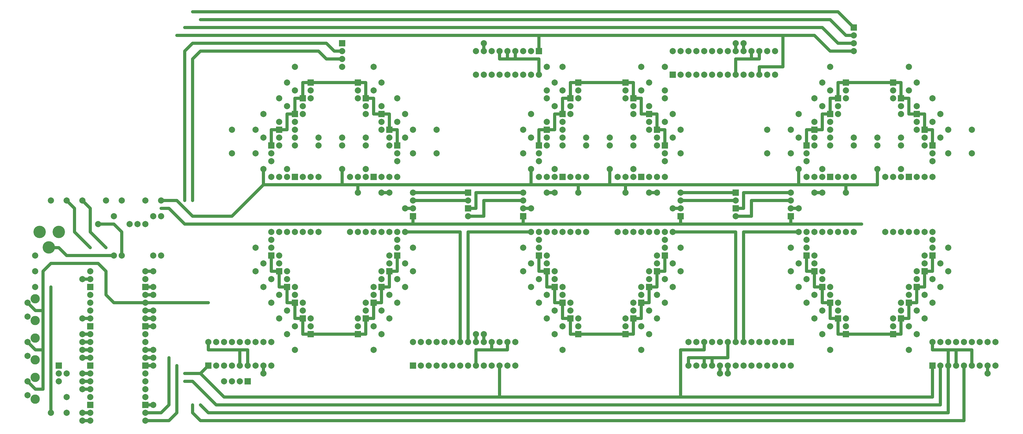
<source format=gtl>
G04 #@! TF.GenerationSoftware,KiCad,Pcbnew,8.0.7*
G04 #@! TF.CreationDate,2025-01-27T21:14:36+01:00*
G04 #@! TF.ProjectId,Main,4d61696e-2e6b-4696-9361-645f70636258,rev?*
G04 #@! TF.SameCoordinates,Original*
G04 #@! TF.FileFunction,Copper,L1,Top*
G04 #@! TF.FilePolarity,Positive*
%FSLAX46Y46*%
G04 Gerber Fmt 4.6, Leading zero omitted, Abs format (unit mm)*
G04 Created by KiCad (PCBNEW 8.0.7) date 2025-01-27 21:14:36*
%MOMM*%
%LPD*%
G01*
G04 APERTURE LIST*
G04 #@! TA.AperFunction,ComponentPad*
%ADD10C,2.000000*%
G04 #@! TD*
G04 #@! TA.AperFunction,ComponentPad*
%ADD11R,2.000000X2.000000*%
G04 #@! TD*
G04 #@! TA.AperFunction,ComponentPad*
%ADD12C,3.000000*%
G04 #@! TD*
G04 #@! TA.AperFunction,ComponentPad*
%ADD13C,4.000000*%
G04 #@! TD*
G04 #@! TA.AperFunction,ViaPad*
%ADD14C,0.800000*%
G04 #@! TD*
G04 #@! TA.AperFunction,Conductor*
%ADD15C,1.000000*%
G04 #@! TD*
G04 APERTURE END LIST*
D10*
X93980000Y-129540000D03*
X241300000Y-86360000D03*
X248920000Y-86360000D03*
X299720000Y-83820000D03*
X299720000Y-91440000D03*
X55880000Y-129540000D03*
X175260000Y-78740000D03*
X175260000Y-86360000D03*
X71120000Y-157480000D03*
X299720000Y-129540000D03*
X299720000Y-121920000D03*
X302260000Y-78740000D03*
X302260000Y-86360000D03*
X248920000Y-88900000D03*
X241300000Y-88900000D03*
X261620000Y-109220000D03*
X261620000Y-116840000D03*
X177800000Y-83820000D03*
X177800000Y-91440000D03*
D11*
X139700000Y-78740000D03*
D10*
X139700000Y-81280000D03*
X139700000Y-83820000D03*
X185420000Y-91440000D03*
X185420000Y-83820000D03*
X213360000Y-83820000D03*
X213360000Y-91440000D03*
X251460000Y-63500000D03*
X251460000Y-71120000D03*
X312420000Y-63500000D03*
X312420000Y-71120000D03*
D11*
X264160000Y-111760000D03*
D10*
X264160000Y-109220000D03*
X264160000Y-106680000D03*
X71120000Y-149860000D03*
X312420000Y-154940000D03*
X312420000Y-147320000D03*
X137160000Y-149860000D03*
X137160000Y-142240000D03*
D11*
X165100000Y-139700000D03*
D10*
X165100000Y-137160000D03*
X165100000Y-134620000D03*
X350520000Y-83820000D03*
X350520000Y-91440000D03*
X256540000Y-104140000D03*
X264160000Y-104140000D03*
D11*
X137160000Y-134620000D03*
D10*
X137160000Y-132080000D03*
X137160000Y-129540000D03*
D11*
X226060000Y-78740000D03*
D10*
X226060000Y-81280000D03*
X226060000Y-83820000D03*
X93980000Y-142240000D03*
D11*
X332740000Y-149860000D03*
D10*
X332740000Y-147320000D03*
X332740000Y-144780000D03*
X254000000Y-149860000D03*
X254000000Y-142240000D03*
X55880000Y-124460000D03*
X127000000Y-83820000D03*
X127000000Y-91440000D03*
X350520000Y-129540000D03*
X350520000Y-121920000D03*
X55880000Y-134620000D03*
X330200000Y-99060000D03*
X332740000Y-99060000D03*
X335280000Y-99060000D03*
D11*
X337820000Y-99060000D03*
D10*
X340360000Y-99060000D03*
X342900000Y-99060000D03*
X345440000Y-99060000D03*
X330200000Y-116840000D03*
X332740000Y-116840000D03*
X335280000Y-116840000D03*
X337820000Y-116840000D03*
X340360000Y-116840000D03*
X342900000Y-116840000D03*
X345440000Y-116840000D03*
D11*
X170180000Y-129540000D03*
D10*
X170180000Y-127000000D03*
X170180000Y-124460000D03*
X320040000Y-86360000D03*
X312420000Y-86360000D03*
D11*
X261620000Y-66040000D03*
D10*
X264160000Y-66040000D03*
X266700000Y-66040000D03*
X269240000Y-66040000D03*
X271780000Y-66040000D03*
X274320000Y-66040000D03*
X276860000Y-66040000D03*
X279400000Y-66040000D03*
X281940000Y-66040000D03*
X284480000Y-66040000D03*
X287020000Y-66040000D03*
X289560000Y-66040000D03*
X292100000Y-66040000D03*
X294640000Y-66040000D03*
X294640000Y-58420000D03*
X292100000Y-58420000D03*
X289560000Y-58420000D03*
X287020000Y-58420000D03*
X284480000Y-58420000D03*
X281940000Y-58420000D03*
X279400000Y-58420000D03*
X276860000Y-58420000D03*
X274320000Y-58420000D03*
X271780000Y-58420000D03*
X269240000Y-58420000D03*
X266700000Y-58420000D03*
X264160000Y-58420000D03*
X261620000Y-58420000D03*
X340360000Y-149860000D03*
X340360000Y-142240000D03*
X327660000Y-86360000D03*
X335280000Y-86360000D03*
X71120000Y-167640000D03*
X226060000Y-154940000D03*
X226060000Y-147320000D03*
X60960000Y-106680000D03*
D11*
X162560000Y-73660000D03*
D10*
X162560000Y-76200000D03*
X162560000Y-78740000D03*
X71120000Y-144780000D03*
X129540000Y-96520000D03*
X137160000Y-96520000D03*
X259080000Y-63500000D03*
X259080000Y-71120000D03*
D11*
X246380000Y-68580000D03*
D10*
X246380000Y-71120000D03*
X246380000Y-73660000D03*
X213360000Y-129540000D03*
X213360000Y-121920000D03*
D11*
X340360000Y-134620000D03*
D10*
X340360000Y-132080000D03*
X340360000Y-129540000D03*
X215900000Y-78740000D03*
X215900000Y-86360000D03*
D11*
X170180000Y-83820000D03*
D10*
X170180000Y-86360000D03*
X170180000Y-88900000D03*
D12*
X55880000Y-138450000D03*
X55880000Y-145450000D03*
D10*
X53380000Y-139700000D03*
X53380000Y-144200000D03*
X177800000Y-129540000D03*
X177800000Y-121920000D03*
X279400000Y-162560000D03*
X340360000Y-68580000D03*
X340360000Y-76200000D03*
X363220000Y-162560000D03*
X172720000Y-73660000D03*
X172720000Y-81280000D03*
D11*
X299720000Y-152400000D03*
D10*
X297180000Y-152400000D03*
X294640000Y-152400000D03*
X292100000Y-152400000D03*
X289560000Y-152400000D03*
X287020000Y-152400000D03*
X284480000Y-152400000D03*
X281940000Y-152400000D03*
X279400000Y-152400000D03*
X276860000Y-152400000D03*
X274320000Y-152400000D03*
X271780000Y-152400000D03*
X269240000Y-152400000D03*
X266700000Y-152400000D03*
X266700000Y-160020000D03*
X269240000Y-160020000D03*
X271780000Y-160020000D03*
X274320000Y-160020000D03*
X276860000Y-160020000D03*
X279400000Y-160020000D03*
X281940000Y-160020000D03*
X284480000Y-160020000D03*
X287020000Y-160020000D03*
X289560000Y-160020000D03*
X292100000Y-160020000D03*
X294640000Y-160020000D03*
X297180000Y-160020000D03*
X299720000Y-160020000D03*
X302260000Y-134620000D03*
X302260000Y-127000000D03*
D11*
X345440000Y-88900000D03*
D10*
X345440000Y-91440000D03*
X345440000Y-93980000D03*
X165100000Y-154940000D03*
X165100000Y-147320000D03*
X327660000Y-96520000D03*
X335280000Y-96520000D03*
D11*
X314960000Y-73660000D03*
D10*
X314960000Y-76200000D03*
X314960000Y-78740000D03*
X83820000Y-106680000D03*
D11*
X226060000Y-139700000D03*
D10*
X226060000Y-137160000D03*
X226060000Y-134620000D03*
X129540000Y-162560000D03*
X220980000Y-63500000D03*
X220980000Y-71120000D03*
X134620000Y-144780000D03*
X134620000Y-137160000D03*
D12*
X55880000Y-151150000D03*
X55880000Y-158150000D03*
D10*
X53380000Y-152400000D03*
X53380000Y-156900000D03*
X264160000Y-129540000D03*
X264160000Y-121920000D03*
D11*
X312420000Y-78740000D03*
D10*
X312420000Y-81280000D03*
X312420000Y-83820000D03*
D11*
X63500000Y-160020000D03*
D10*
X63500000Y-162560000D03*
X63500000Y-165100000D03*
D11*
X317500000Y-149860000D03*
D10*
X317500000Y-147320000D03*
X317500000Y-144780000D03*
D11*
X213360000Y-111760000D03*
D10*
X213360000Y-109220000D03*
X213360000Y-106680000D03*
X96520000Y-106680000D03*
D11*
X307340000Y-129540000D03*
D10*
X307340000Y-127000000D03*
X307340000Y-124460000D03*
X154940000Y-96520000D03*
X162560000Y-96520000D03*
X93980000Y-154940000D03*
D11*
X254000000Y-78740000D03*
D10*
X254000000Y-81280000D03*
X254000000Y-83820000D03*
D11*
X312420000Y-139700000D03*
D10*
X312420000Y-137160000D03*
X312420000Y-134620000D03*
X71120000Y-162560000D03*
X259080000Y-73660000D03*
X259080000Y-81280000D03*
D11*
X337820000Y-139700000D03*
D10*
X337820000Y-137160000D03*
X337820000Y-134620000D03*
X276860000Y-162560000D03*
D11*
X332740000Y-68580000D03*
D10*
X332740000Y-71120000D03*
X332740000Y-73660000D03*
X154940000Y-86360000D03*
X162560000Y-86360000D03*
X223520000Y-149860000D03*
X223520000Y-142240000D03*
X246380000Y-104140000D03*
X254000000Y-104140000D03*
D11*
X142240000Y-73660000D03*
D10*
X142240000Y-76200000D03*
X142240000Y-78740000D03*
X129540000Y-78740000D03*
X129540000Y-86360000D03*
X337820000Y-63500000D03*
X337820000Y-71120000D03*
D11*
X111760000Y-160020000D03*
D10*
X114300000Y-160020000D03*
X116840000Y-160020000D03*
X119380000Y-160020000D03*
X121920000Y-160020000D03*
X124460000Y-160020000D03*
X127000000Y-160020000D03*
X129540000Y-160020000D03*
X132080000Y-160020000D03*
X132080000Y-152400000D03*
X129540000Y-152400000D03*
X127000000Y-152400000D03*
X124460000Y-152400000D03*
X121920000Y-152400000D03*
X119380000Y-152400000D03*
X116840000Y-152400000D03*
X114300000Y-152400000D03*
X111760000Y-152400000D03*
X71120000Y-177800000D03*
D12*
X55880000Y-163850000D03*
X55880000Y-170850000D03*
D10*
X53380000Y-165100000D03*
X53380000Y-169600000D03*
X132080000Y-139700000D03*
X132080000Y-132080000D03*
D11*
X167640000Y-134620000D03*
D10*
X167640000Y-132080000D03*
X167640000Y-129540000D03*
D11*
X177800000Y-160020000D03*
D10*
X180340000Y-160020000D03*
X182880000Y-160020000D03*
X185420000Y-160020000D03*
X187960000Y-160020000D03*
X190500000Y-160020000D03*
X193040000Y-160020000D03*
X195580000Y-160020000D03*
X198120000Y-160020000D03*
X200660000Y-160020000D03*
X203200000Y-160020000D03*
X205740000Y-160020000D03*
X208280000Y-160020000D03*
X210820000Y-160020000D03*
X210820000Y-152400000D03*
X208280000Y-152400000D03*
X205740000Y-152400000D03*
X203200000Y-152400000D03*
X200660000Y-152400000D03*
X198120000Y-152400000D03*
X195580000Y-152400000D03*
X193040000Y-152400000D03*
X190500000Y-152400000D03*
X187960000Y-152400000D03*
X185420000Y-152400000D03*
X182880000Y-152400000D03*
X180340000Y-152400000D03*
X177800000Y-152400000D03*
D11*
X259080000Y-124460000D03*
D10*
X259080000Y-121920000D03*
X259080000Y-119380000D03*
D11*
X218440000Y-124460000D03*
D10*
X218440000Y-121920000D03*
X218440000Y-119380000D03*
D11*
X317500000Y-68580000D03*
D10*
X317500000Y-71120000D03*
X317500000Y-73660000D03*
D11*
X340360000Y-78740000D03*
D10*
X340360000Y-81280000D03*
X340360000Y-83820000D03*
D11*
X162560000Y-144780000D03*
D10*
X162560000Y-142240000D03*
X162560000Y-139700000D03*
X312420000Y-88900000D03*
X320040000Y-88900000D03*
X281940000Y-55880000D03*
X233680000Y-86360000D03*
X226060000Y-86360000D03*
D11*
X223520000Y-134620000D03*
D10*
X223520000Y-132080000D03*
X223520000Y-129540000D03*
X243840000Y-99060000D03*
X246380000Y-99060000D03*
X248920000Y-99060000D03*
D11*
X251460000Y-99060000D03*
D10*
X254000000Y-99060000D03*
X256540000Y-99060000D03*
X259080000Y-99060000D03*
X243840000Y-116840000D03*
X246380000Y-116840000D03*
X248920000Y-116840000D03*
X251460000Y-116840000D03*
X254000000Y-116840000D03*
X256540000Y-116840000D03*
X259080000Y-116840000D03*
D11*
X132080000Y-88900000D03*
D10*
X132080000Y-91440000D03*
X132080000Y-93980000D03*
X292100000Y-91440000D03*
X292100000Y-83820000D03*
X60960000Y-175260000D03*
X71120000Y-152400000D03*
D11*
X256540000Y-129540000D03*
D10*
X256540000Y-127000000D03*
X256540000Y-124460000D03*
D11*
X248920000Y-144780000D03*
D10*
X248920000Y-142240000D03*
X248920000Y-139700000D03*
X215900000Y-134620000D03*
X215900000Y-127000000D03*
X200660000Y-149860000D03*
D11*
X231140000Y-149860000D03*
D10*
X231140000Y-147320000D03*
X231140000Y-144780000D03*
X175260000Y-134620000D03*
X175260000Y-127000000D03*
X73660000Y-129540000D03*
X73660000Y-132080000D03*
D11*
X73660000Y-134620000D03*
D10*
X73660000Y-137160000D03*
X73660000Y-139700000D03*
X73660000Y-142240000D03*
X73660000Y-144780000D03*
D11*
X73660000Y-147320000D03*
D10*
X73660000Y-149860000D03*
X73660000Y-152400000D03*
X73660000Y-154940000D03*
X73660000Y-157480000D03*
D11*
X73660000Y-160020000D03*
D10*
X73660000Y-162560000D03*
X73660000Y-165100000D03*
X73660000Y-167640000D03*
X73660000Y-170180000D03*
D11*
X73660000Y-172720000D03*
D10*
X73660000Y-175260000D03*
X73660000Y-177800000D03*
X91440000Y-177800000D03*
X91440000Y-175260000D03*
D11*
X91440000Y-172720000D03*
D10*
X91440000Y-170180000D03*
X91440000Y-167640000D03*
X91440000Y-165100000D03*
X91440000Y-162560000D03*
D11*
X91440000Y-160020000D03*
D10*
X91440000Y-157480000D03*
X91440000Y-154940000D03*
X91440000Y-152400000D03*
X91440000Y-149860000D03*
D11*
X91440000Y-147320000D03*
D10*
X91440000Y-144780000D03*
X91440000Y-142240000D03*
X91440000Y-139700000D03*
X91440000Y-137160000D03*
D11*
X91440000Y-134620000D03*
D10*
X91440000Y-132080000D03*
X91440000Y-129540000D03*
X261620000Y-78740000D03*
X261620000Y-86360000D03*
X335280000Y-88900000D03*
X327660000Y-88900000D03*
X139700000Y-154940000D03*
X139700000Y-147320000D03*
X345440000Y-139700000D03*
X345440000Y-132080000D03*
D11*
X314960000Y-144780000D03*
D10*
X314960000Y-142240000D03*
X314960000Y-139700000D03*
X307340000Y-144780000D03*
X307340000Y-137160000D03*
X93980000Y-137160000D03*
X172720000Y-139700000D03*
X172720000Y-132080000D03*
D11*
X220980000Y-83820000D03*
D10*
X220980000Y-86360000D03*
X220980000Y-88900000D03*
X119380000Y-91440000D03*
X119380000Y-83820000D03*
D11*
X144780000Y-68580000D03*
D10*
X144780000Y-71120000D03*
X144780000Y-73660000D03*
X337820000Y-154940000D03*
X337820000Y-147320000D03*
X231140000Y-104140000D03*
X223520000Y-104140000D03*
X160020000Y-104140000D03*
X167640000Y-104140000D03*
X66040000Y-175260000D03*
X167640000Y-149860000D03*
X167640000Y-142240000D03*
X127000000Y-129540000D03*
X127000000Y-121920000D03*
X165100000Y-63500000D03*
X165100000Y-71120000D03*
X215900000Y-109220000D03*
X215900000Y-116840000D03*
D11*
X220980000Y-129540000D03*
D10*
X220980000Y-127000000D03*
X220980000Y-124460000D03*
X284480000Y-55880000D03*
D11*
X259080000Y-88900000D03*
D10*
X259080000Y-91440000D03*
X259080000Y-93980000D03*
X147320000Y-86360000D03*
X139700000Y-86360000D03*
X264160000Y-83820000D03*
X264160000Y-91440000D03*
X218440000Y-99060000D03*
X220980000Y-99060000D03*
X223520000Y-99060000D03*
D11*
X226060000Y-99060000D03*
D10*
X228600000Y-99060000D03*
X231140000Y-99060000D03*
X233680000Y-99060000D03*
X218440000Y-116840000D03*
X220980000Y-116840000D03*
X223520000Y-116840000D03*
X226060000Y-116840000D03*
X228600000Y-116840000D03*
X231140000Y-116840000D03*
X233680000Y-116840000D03*
X309880000Y-68580000D03*
X309880000Y-76200000D03*
D11*
X139700000Y-139700000D03*
D10*
X139700000Y-137160000D03*
X139700000Y-134620000D03*
X167640000Y-68580000D03*
X167640000Y-76200000D03*
X93980000Y-172720000D03*
X226060000Y-63500000D03*
X226060000Y-71120000D03*
D11*
X320040000Y-50800000D03*
D10*
X320040000Y-53340000D03*
X320040000Y-55880000D03*
X320040000Y-58420000D03*
D11*
X281940000Y-104140000D03*
D10*
X281940000Y-106680000D03*
D11*
X281940000Y-109220000D03*
D10*
X281940000Y-111760000D03*
D11*
X134620000Y-129540000D03*
D10*
X134620000Y-127000000D03*
X134620000Y-124460000D03*
X76200000Y-114300000D03*
X307340000Y-104140000D03*
X299720000Y-104140000D03*
D11*
X342900000Y-129540000D03*
D10*
X342900000Y-127000000D03*
X342900000Y-124460000D03*
X304800000Y-139700000D03*
X304800000Y-132080000D03*
X358140000Y-91440000D03*
X358140000Y-83820000D03*
D13*
X63500000Y-116840000D03*
X60300000Y-121840000D03*
X57300000Y-116840000D03*
D10*
X200660000Y-55880000D03*
D11*
X177800000Y-111760000D03*
D10*
X177800000Y-109220000D03*
X177800000Y-106680000D03*
X302260000Y-96520000D03*
X309880000Y-96520000D03*
X261620000Y-134620000D03*
X261620000Y-127000000D03*
X71120000Y-154940000D03*
D11*
X299720000Y-111760000D03*
D10*
X299720000Y-109220000D03*
X299720000Y-106680000D03*
D11*
X307340000Y-83820000D03*
D10*
X307340000Y-86360000D03*
X307340000Y-88900000D03*
D11*
X160020000Y-149860000D03*
D10*
X160020000Y-147320000D03*
X160020000Y-144780000D03*
D11*
X172720000Y-124460000D03*
D10*
X172720000Y-121920000D03*
X172720000Y-119380000D03*
X139700000Y-63500000D03*
X139700000Y-71120000D03*
X71120000Y-165100000D03*
D11*
X218440000Y-58420000D03*
D10*
X215900000Y-58420000D03*
X213360000Y-58420000D03*
X210820000Y-58420000D03*
X208280000Y-58420000D03*
X205740000Y-58420000D03*
X203200000Y-58420000D03*
X200660000Y-58420000D03*
X198120000Y-58420000D03*
X198120000Y-66040000D03*
X200660000Y-66040000D03*
X203200000Y-66040000D03*
X205740000Y-66040000D03*
X208280000Y-66040000D03*
X210820000Y-66040000D03*
X213360000Y-66040000D03*
X215900000Y-66040000D03*
X218440000Y-66040000D03*
X226060000Y-88900000D03*
X233680000Y-88900000D03*
X66040000Y-106680000D03*
X215900000Y-96520000D03*
X223520000Y-96520000D03*
D11*
X248920000Y-73660000D03*
D10*
X248920000Y-76200000D03*
X248920000Y-78740000D03*
X309880000Y-149860000D03*
X309880000Y-142240000D03*
X342900000Y-144780000D03*
X342900000Y-137160000D03*
D11*
X228600000Y-73660000D03*
D10*
X228600000Y-76200000D03*
X228600000Y-78740000D03*
D11*
X144780000Y-149860000D03*
D10*
X144780000Y-147320000D03*
X144780000Y-144780000D03*
D11*
X228600000Y-144780000D03*
D10*
X228600000Y-142240000D03*
X228600000Y-139700000D03*
D11*
X142240000Y-144780000D03*
D10*
X142240000Y-142240000D03*
X142240000Y-139700000D03*
X223520000Y-68580000D03*
X223520000Y-76200000D03*
X259080000Y-139700000D03*
X259080000Y-132080000D03*
X307340000Y-73660000D03*
X307340000Y-81280000D03*
D11*
X154940000Y-55880000D03*
D10*
X154940000Y-58420000D03*
X154940000Y-60960000D03*
X154940000Y-63500000D03*
X93980000Y-157480000D03*
X137160000Y-68580000D03*
X137160000Y-76200000D03*
D11*
X218440000Y-88900000D03*
D10*
X218440000Y-91440000D03*
X218440000Y-93980000D03*
X93980000Y-124460000D03*
X81280000Y-111760000D03*
X81280000Y-124460000D03*
X83820000Y-124460000D03*
X96520000Y-124460000D03*
X93980000Y-111760000D03*
X96520000Y-111760000D03*
X256540000Y-144780000D03*
X256540000Y-137160000D03*
D11*
X345440000Y-160020000D03*
D10*
X347980000Y-160020000D03*
X350520000Y-160020000D03*
X353060000Y-160020000D03*
X355600000Y-160020000D03*
X358140000Y-160020000D03*
X360680000Y-160020000D03*
X363220000Y-160020000D03*
X365760000Y-160020000D03*
X365760000Y-152400000D03*
X363220000Y-152400000D03*
X360680000Y-152400000D03*
X358140000Y-152400000D03*
X355600000Y-152400000D03*
X353060000Y-152400000D03*
X350520000Y-152400000D03*
X347980000Y-152400000D03*
X345440000Y-152400000D03*
X220980000Y-144780000D03*
X220980000Y-137160000D03*
D11*
X172720000Y-88900000D03*
D10*
X172720000Y-91440000D03*
X172720000Y-93980000D03*
X345440000Y-73660000D03*
X345440000Y-81280000D03*
D11*
X231140000Y-68580000D03*
D10*
X231140000Y-71120000D03*
X231140000Y-73660000D03*
X218440000Y-139700000D03*
X218440000Y-132080000D03*
X198120000Y-149860000D03*
D11*
X256540000Y-83820000D03*
D10*
X256540000Y-86360000D03*
X256540000Y-88900000D03*
X241300000Y-96520000D03*
X248920000Y-96520000D03*
D11*
X309880000Y-134620000D03*
D10*
X309880000Y-132080000D03*
X309880000Y-129540000D03*
X71120000Y-106680000D03*
D11*
X251460000Y-139700000D03*
D10*
X251460000Y-137160000D03*
X251460000Y-134620000D03*
X304800000Y-99060000D03*
X307340000Y-99060000D03*
X309880000Y-99060000D03*
D11*
X312420000Y-99060000D03*
D10*
X314960000Y-99060000D03*
X317500000Y-99060000D03*
X320040000Y-99060000D03*
X304800000Y-116840000D03*
X307340000Y-116840000D03*
X309880000Y-116840000D03*
X312420000Y-116840000D03*
X314960000Y-116840000D03*
X317500000Y-116840000D03*
X320040000Y-116840000D03*
X66040000Y-170180000D03*
X66040000Y-162560000D03*
X93980000Y-144780000D03*
X251460000Y-154940000D03*
X251460000Y-147320000D03*
X93980000Y-160020000D03*
X134620000Y-73660000D03*
X134620000Y-81280000D03*
X317500000Y-104140000D03*
X309880000Y-104140000D03*
X139700000Y-88900000D03*
X147320000Y-88900000D03*
D11*
X335280000Y-73660000D03*
D10*
X335280000Y-76200000D03*
X335280000Y-78740000D03*
X93980000Y-134620000D03*
X157480000Y-99060000D03*
X160020000Y-99060000D03*
X162560000Y-99060000D03*
D11*
X165100000Y-99060000D03*
D10*
X167640000Y-99060000D03*
X170180000Y-99060000D03*
X172720000Y-99060000D03*
X157480000Y-116840000D03*
X160020000Y-116840000D03*
X162560000Y-116840000D03*
X165100000Y-116840000D03*
X167640000Y-116840000D03*
X170180000Y-116840000D03*
X172720000Y-116840000D03*
X71120000Y-132080000D03*
X93980000Y-147320000D03*
X220980000Y-73660000D03*
X220980000Y-81280000D03*
D11*
X132080000Y-124460000D03*
D10*
X132080000Y-121920000D03*
X132080000Y-119380000D03*
D11*
X342900000Y-83820000D03*
D10*
X342900000Y-86360000D03*
X342900000Y-88900000D03*
D11*
X345440000Y-124460000D03*
D10*
X345440000Y-121920000D03*
X345440000Y-119380000D03*
D11*
X254000000Y-134620000D03*
D10*
X254000000Y-132080000D03*
X254000000Y-129540000D03*
X116840000Y-165100000D03*
X119380000Y-165100000D03*
X121920000Y-165100000D03*
D11*
X124460000Y-165100000D03*
D10*
X170180000Y-104140000D03*
X177800000Y-104140000D03*
X162560000Y-88900000D03*
X154940000Y-88900000D03*
X129540000Y-134620000D03*
X129540000Y-127000000D03*
D11*
X160020000Y-68580000D03*
D10*
X160020000Y-71120000D03*
X160020000Y-73660000D03*
X175260000Y-109220000D03*
X175260000Y-116840000D03*
X71120000Y-175260000D03*
D11*
X246380000Y-149860000D03*
D10*
X246380000Y-147320000D03*
X246380000Y-144780000D03*
D11*
X134620000Y-83820000D03*
D10*
X134620000Y-86360000D03*
X134620000Y-88900000D03*
D11*
X304800000Y-88900000D03*
D10*
X304800000Y-91440000D03*
X304800000Y-93980000D03*
D11*
X304800000Y-124460000D03*
D10*
X304800000Y-121920000D03*
X304800000Y-119380000D03*
X220980000Y-104140000D03*
X213360000Y-104140000D03*
X91440000Y-106680000D03*
X86360000Y-114300000D03*
X88900000Y-114300000D03*
X91440000Y-114300000D03*
D11*
X195580000Y-104140000D03*
D10*
X195580000Y-106680000D03*
D11*
X195580000Y-109220000D03*
D10*
X195580000Y-111760000D03*
X254000000Y-68580000D03*
X254000000Y-76200000D03*
X132080000Y-99060000D03*
X134620000Y-99060000D03*
X137160000Y-99060000D03*
D11*
X139700000Y-99060000D03*
D10*
X142240000Y-99060000D03*
X144780000Y-99060000D03*
X147320000Y-99060000D03*
X132080000Y-116840000D03*
X134620000Y-116840000D03*
X137160000Y-116840000D03*
X139700000Y-116840000D03*
X142240000Y-116840000D03*
X144780000Y-116840000D03*
X147320000Y-116840000D03*
X170180000Y-144780000D03*
X170180000Y-137160000D03*
D11*
X335280000Y-144780000D03*
D10*
X335280000Y-142240000D03*
X335280000Y-139700000D03*
X302260000Y-109220000D03*
X302260000Y-116840000D03*
X78740000Y-106680000D03*
X347980000Y-134620000D03*
X347980000Y-127000000D03*
D11*
X167640000Y-78740000D03*
D10*
X167640000Y-81280000D03*
X167640000Y-83820000D03*
X347980000Y-78740000D03*
X347980000Y-86360000D03*
D14*
X152400000Y-45720000D03*
X76200000Y-124460000D03*
X96520000Y-109220000D03*
X149860000Y-68580000D03*
X106680000Y-172720000D03*
X149860000Y-114300000D03*
X322580000Y-149860000D03*
X269240000Y-177800000D03*
X200660000Y-177800000D03*
X236220000Y-149860000D03*
X292100000Y-45720000D03*
X149860000Y-149860000D03*
X121920000Y-177800000D03*
X322580000Y-68580000D03*
X236220000Y-114300000D03*
X198120000Y-45720000D03*
X109220000Y-114300000D03*
X236220000Y-68580000D03*
X106680000Y-45720000D03*
X322580000Y-114300000D03*
X149860000Y-48260000D03*
X287020000Y-48260000D03*
X266700000Y-175260000D03*
X205740000Y-48260000D03*
X111760000Y-139700000D03*
X109220000Y-48260000D03*
X124460000Y-175260000D03*
X109220000Y-172720000D03*
X198120000Y-175260000D03*
X78740000Y-121920000D03*
X101600000Y-160020000D03*
X106680000Y-106680000D03*
X60960000Y-134620000D03*
X101600000Y-53340000D03*
X208280000Y-172720000D03*
X114300000Y-172720000D03*
X104140000Y-165100000D03*
X264160000Y-172720000D03*
X297180000Y-50800000D03*
X215900000Y-50800000D03*
X104140000Y-50800000D03*
X104140000Y-162560000D03*
X73660000Y-121920000D03*
X99060000Y-157480000D03*
X104140000Y-106680000D03*
D15*
X314960000Y-149860000D02*
X314960000Y-144780000D01*
X93980000Y-160020000D02*
X91440000Y-160020000D01*
X144780000Y-68580000D02*
X147320000Y-68580000D01*
X172720000Y-124460000D02*
X172720000Y-129540000D01*
X314960000Y-68580000D02*
X317500000Y-68580000D01*
X312420000Y-139700000D02*
X309880000Y-139700000D01*
X170180000Y-129540000D02*
X170180000Y-134620000D01*
X167640000Y-78740000D02*
X165100000Y-78740000D01*
X292100000Y-45720000D02*
X314960000Y-45720000D01*
X162560000Y-73660000D02*
X162560000Y-68580000D01*
X259080000Y-129540000D02*
X256540000Y-129540000D01*
X314960000Y-73660000D02*
X314960000Y-68580000D01*
X254000000Y-134620000D02*
X254000000Y-139700000D01*
X335280000Y-73660000D02*
X335280000Y-68580000D01*
X251460000Y-78740000D02*
X251460000Y-73660000D01*
X264160000Y-111760000D02*
X264160000Y-114300000D01*
X198120000Y-45720000D02*
X292100000Y-45720000D01*
X109220000Y-114300000D02*
X149860000Y-114300000D01*
X223520000Y-139700000D02*
X226060000Y-139700000D01*
X248920000Y-149860000D02*
X246380000Y-149860000D01*
X106680000Y-175260000D02*
X109220000Y-177800000D01*
X167640000Y-134620000D02*
X167640000Y-139700000D01*
X355600000Y-177800000D02*
X355600000Y-160020000D01*
X317500000Y-68580000D02*
X322580000Y-68580000D01*
X132080000Y-129540000D02*
X134620000Y-129540000D01*
X223520000Y-83820000D02*
X223520000Y-78740000D01*
X170180000Y-78740000D02*
X167640000Y-78740000D01*
X226060000Y-73660000D02*
X228600000Y-73660000D01*
X309880000Y-83820000D02*
X309880000Y-78740000D01*
X317500000Y-149860000D02*
X322580000Y-149860000D01*
X218440000Y-129540000D02*
X220980000Y-129540000D01*
X223520000Y-78740000D02*
X226060000Y-78740000D01*
X213360000Y-114300000D02*
X213360000Y-111760000D01*
X137160000Y-83820000D02*
X137160000Y-78740000D01*
X231140000Y-149860000D02*
X236220000Y-149860000D01*
X342900000Y-134620000D02*
X340360000Y-134620000D01*
X226060000Y-144780000D02*
X228600000Y-144780000D01*
X304800000Y-129540000D02*
X304800000Y-124460000D01*
X231140000Y-68580000D02*
X233680000Y-68580000D01*
X254000000Y-78740000D02*
X251460000Y-78740000D01*
X162560000Y-68580000D02*
X160020000Y-68580000D01*
X342900000Y-129540000D02*
X342900000Y-134620000D01*
X60380000Y-121920000D02*
X60300000Y-121840000D01*
X162560000Y-144780000D02*
X162560000Y-149860000D01*
X104140000Y-114300000D02*
X99060000Y-109220000D01*
X345440000Y-129540000D02*
X342900000Y-129540000D01*
X106680000Y-172720000D02*
X106680000Y-175260000D01*
X340360000Y-134620000D02*
X340360000Y-139700000D01*
X337820000Y-139700000D02*
X337820000Y-144780000D01*
X177800000Y-114300000D02*
X177800000Y-111760000D01*
X167640000Y-139700000D02*
X165100000Y-139700000D01*
X251460000Y-139700000D02*
X251460000Y-144780000D01*
X299720000Y-114300000D02*
X322580000Y-114300000D01*
X220980000Y-134620000D02*
X223520000Y-134620000D01*
X314960000Y-144780000D02*
X312420000Y-144780000D01*
X132080000Y-83820000D02*
X134620000Y-83820000D01*
X309880000Y-78740000D02*
X312420000Y-78740000D01*
X144780000Y-149860000D02*
X149860000Y-149860000D01*
X81280000Y-124460000D02*
X76200000Y-124460000D01*
X223520000Y-134620000D02*
X223520000Y-139700000D01*
X299720000Y-111760000D02*
X299720000Y-114300000D01*
X109220000Y-114300000D02*
X104140000Y-114300000D01*
X93980000Y-134620000D02*
X91440000Y-134620000D01*
X236220000Y-149860000D02*
X246380000Y-149860000D01*
X132080000Y-88900000D02*
X132080000Y-83820000D01*
X142240000Y-144780000D02*
X142240000Y-149860000D01*
X259080000Y-83820000D02*
X256540000Y-83820000D01*
X228600000Y-73660000D02*
X228600000Y-68580000D01*
X134620000Y-83820000D02*
X137160000Y-83820000D01*
X137160000Y-134620000D02*
X137160000Y-139700000D01*
X220980000Y-129540000D02*
X220980000Y-134620000D01*
X149860000Y-68580000D02*
X160020000Y-68580000D01*
X93980000Y-147320000D02*
X91440000Y-147320000D01*
X134620000Y-134620000D02*
X137160000Y-134620000D01*
X132080000Y-124460000D02*
X132080000Y-129540000D01*
X304800000Y-88900000D02*
X304800000Y-83820000D01*
X226060000Y-78740000D02*
X226060000Y-73660000D01*
X218440000Y-83820000D02*
X220980000Y-83820000D01*
X340360000Y-139700000D02*
X337820000Y-139700000D01*
X256540000Y-129540000D02*
X256540000Y-134620000D01*
X307340000Y-129540000D02*
X304800000Y-129540000D01*
X177800000Y-114300000D02*
X149860000Y-114300000D01*
X309880000Y-134620000D02*
X307340000Y-134620000D01*
X254000000Y-139700000D02*
X251460000Y-139700000D01*
X251460000Y-144780000D02*
X248920000Y-144780000D01*
X139700000Y-139700000D02*
X139700000Y-144780000D01*
X218440000Y-124460000D02*
X218440000Y-129540000D01*
X236220000Y-68580000D02*
X233680000Y-68580000D01*
X147320000Y-68580000D02*
X149860000Y-68580000D01*
X269240000Y-177800000D02*
X200660000Y-177800000D01*
X312420000Y-73660000D02*
X314960000Y-73660000D01*
X264160000Y-114300000D02*
X284480000Y-114300000D01*
X309880000Y-139700000D02*
X309880000Y-134620000D01*
X165100000Y-73660000D02*
X162560000Y-73660000D01*
X228600000Y-144780000D02*
X228600000Y-149860000D01*
X335280000Y-68580000D02*
X332740000Y-68580000D01*
X236220000Y-114300000D02*
X213360000Y-114300000D01*
X180340000Y-114300000D02*
X177800000Y-114300000D01*
X172720000Y-88900000D02*
X172720000Y-83820000D01*
X233680000Y-68580000D02*
X246380000Y-68580000D01*
X170180000Y-83820000D02*
X170180000Y-78740000D01*
X139700000Y-144780000D02*
X142240000Y-144780000D01*
X248920000Y-144780000D02*
X248920000Y-149860000D01*
X322580000Y-68580000D02*
X332740000Y-68580000D01*
X314960000Y-45720000D02*
X320040000Y-50800000D01*
X137160000Y-78740000D02*
X139700000Y-78740000D01*
X165100000Y-144780000D02*
X162560000Y-144780000D01*
X218440000Y-88900000D02*
X218440000Y-83820000D01*
X220980000Y-83820000D02*
X223520000Y-83820000D01*
X256540000Y-134620000D02*
X254000000Y-134620000D01*
X236220000Y-114300000D02*
X264160000Y-114300000D01*
X317500000Y-149860000D02*
X314960000Y-149860000D01*
X93980000Y-172720000D02*
X91440000Y-172720000D01*
X134620000Y-129540000D02*
X134620000Y-134620000D01*
X304800000Y-83820000D02*
X307340000Y-83820000D01*
X312420000Y-78740000D02*
X312420000Y-73660000D01*
X172720000Y-129540000D02*
X170180000Y-129540000D01*
X172720000Y-83820000D02*
X170180000Y-83820000D01*
X337820000Y-144780000D02*
X335280000Y-144780000D01*
X228600000Y-68580000D02*
X231140000Y-68580000D01*
X165100000Y-78740000D02*
X165100000Y-73660000D01*
X160020000Y-149860000D02*
X149860000Y-149860000D01*
X307340000Y-134620000D02*
X307340000Y-129540000D01*
X284480000Y-114300000D02*
X299720000Y-114300000D01*
X248920000Y-68580000D02*
X246380000Y-68580000D01*
X139700000Y-73660000D02*
X142240000Y-73660000D01*
X335280000Y-144780000D02*
X335280000Y-149860000D01*
X142240000Y-68580000D02*
X144780000Y-68580000D01*
X345440000Y-83820000D02*
X342900000Y-83820000D01*
X307340000Y-83820000D02*
X309880000Y-83820000D01*
X259080000Y-124460000D02*
X259080000Y-129540000D01*
X170180000Y-134620000D02*
X167640000Y-134620000D01*
X345440000Y-88900000D02*
X345440000Y-83820000D01*
X337820000Y-73660000D02*
X335280000Y-73660000D01*
X342900000Y-78740000D02*
X340360000Y-78740000D01*
X345440000Y-124460000D02*
X345440000Y-129540000D01*
X256540000Y-83820000D02*
X256540000Y-78740000D01*
X109220000Y-177800000D02*
X200660000Y-177800000D01*
X340360000Y-78740000D02*
X337820000Y-78740000D01*
X193040000Y-114300000D02*
X180340000Y-114300000D01*
X162560000Y-149860000D02*
X160020000Y-149860000D01*
X335280000Y-149860000D02*
X332740000Y-149860000D01*
X198120000Y-45720000D02*
X152400000Y-45720000D01*
X342900000Y-83820000D02*
X342900000Y-78740000D01*
X259080000Y-88900000D02*
X259080000Y-83820000D01*
X228600000Y-149860000D02*
X231140000Y-149860000D01*
X99060000Y-109220000D02*
X96520000Y-109220000D01*
X256540000Y-78740000D02*
X254000000Y-78740000D01*
X248920000Y-73660000D02*
X248920000Y-68580000D01*
X63500000Y-121920000D02*
X60380000Y-121920000D01*
X355600000Y-177800000D02*
X269240000Y-177800000D01*
X142240000Y-73660000D02*
X142240000Y-68580000D01*
X226060000Y-139700000D02*
X226060000Y-144780000D01*
X142240000Y-149860000D02*
X144780000Y-149860000D01*
X152400000Y-45720000D02*
X106680000Y-45720000D01*
X165100000Y-139700000D02*
X165100000Y-144780000D01*
X322580000Y-149860000D02*
X332740000Y-149860000D01*
X139700000Y-78740000D02*
X139700000Y-73660000D01*
X337820000Y-78740000D02*
X337820000Y-73660000D01*
X76200000Y-124460000D02*
X66040000Y-124460000D01*
X66040000Y-124460000D02*
X63500000Y-121920000D01*
X213360000Y-114300000D02*
X193040000Y-114300000D01*
X312420000Y-144780000D02*
X312420000Y-139700000D01*
X251460000Y-73660000D02*
X248920000Y-73660000D01*
X137160000Y-139700000D02*
X139700000Y-139700000D01*
X327660000Y-101600000D02*
X317500000Y-101600000D01*
X246380000Y-104140000D02*
X246380000Y-101600000D01*
X215900000Y-101600000D02*
X215900000Y-96520000D01*
X101600000Y-106680000D02*
X96520000Y-106680000D01*
X317500000Y-101600000D02*
X302260000Y-101600000D01*
X119380000Y-111760000D02*
X106680000Y-111760000D01*
X160020000Y-104140000D02*
X160020000Y-101600000D01*
X302260000Y-101600000D02*
X302260000Y-96520000D01*
X241300000Y-101600000D02*
X236220000Y-101600000D01*
X154940000Y-101600000D02*
X129540000Y-101600000D01*
X157480000Y-101600000D02*
X154940000Y-101600000D01*
X231140000Y-101600000D02*
X236220000Y-101600000D01*
X154940000Y-96520000D02*
X154940000Y-101600000D01*
X317500000Y-101600000D02*
X317500000Y-104140000D01*
X160020000Y-101600000D02*
X215900000Y-101600000D01*
X231140000Y-104140000D02*
X231140000Y-101600000D01*
X106680000Y-111760000D02*
X101600000Y-106680000D01*
X246380000Y-101600000D02*
X241300000Y-101600000D01*
X302260000Y-101600000D02*
X246380000Y-101600000D01*
X241300000Y-96520000D02*
X241300000Y-101600000D01*
X129540000Y-101600000D02*
X119380000Y-111760000D01*
X129540000Y-96520000D02*
X129540000Y-101600000D01*
X215900000Y-101600000D02*
X231140000Y-101600000D01*
X157480000Y-101600000D02*
X160020000Y-101600000D01*
X327660000Y-96520000D02*
X327660000Y-101600000D01*
X254000000Y-104140000D02*
X256540000Y-104140000D01*
X309880000Y-104140000D02*
X307340000Y-104140000D01*
X261620000Y-109220000D02*
X264160000Y-109220000D01*
X281940000Y-116840000D02*
X281940000Y-152400000D01*
X261620000Y-116840000D02*
X281940000Y-116840000D01*
X284480000Y-116840000D02*
X302260000Y-116840000D01*
X284480000Y-152400000D02*
X284480000Y-116840000D01*
X299720000Y-109220000D02*
X302260000Y-109220000D01*
X193040000Y-152400000D02*
X193040000Y-116840000D01*
X193040000Y-116840000D02*
X175260000Y-116840000D01*
X195580000Y-116840000D02*
X215900000Y-116840000D01*
X195580000Y-152400000D02*
X195580000Y-116840000D01*
X170180000Y-104140000D02*
X167640000Y-104140000D01*
X220980000Y-104140000D02*
X223520000Y-104140000D01*
X177800000Y-109220000D02*
X175260000Y-109220000D01*
X215900000Y-109220000D02*
X213360000Y-109220000D01*
X287020000Y-60960000D02*
X287020000Y-58420000D01*
X60960000Y-127000000D02*
X76200000Y-127000000D01*
X124460000Y-160020000D02*
X124460000Y-154940000D01*
X350520000Y-175260000D02*
X350520000Y-160020000D01*
X208280000Y-60960000D02*
X208280000Y-58420000D01*
X345440000Y-154940000D02*
X350520000Y-154940000D01*
X281940000Y-60960000D02*
X287020000Y-60960000D01*
X58420000Y-154940000D02*
X55920000Y-154940000D01*
X271780000Y-157480000D02*
X266700000Y-157480000D01*
X218440000Y-60960000D02*
X210820000Y-60960000D01*
X266700000Y-157480000D02*
X266700000Y-160020000D01*
X205740000Y-48260000D02*
X109220000Y-48260000D01*
X287020000Y-48260000D02*
X312420000Y-48260000D01*
X208280000Y-60960000D02*
X210820000Y-60960000D01*
X111760000Y-154940000D02*
X121920000Y-154940000D01*
X350520000Y-160020000D02*
X350520000Y-154940000D01*
X205740000Y-48260000D02*
X287020000Y-48260000D01*
X210820000Y-60960000D02*
X210820000Y-58420000D01*
X279400000Y-157480000D02*
X279400000Y-152400000D01*
X312420000Y-48260000D02*
X317500000Y-53340000D01*
X205740000Y-60960000D02*
X208280000Y-60960000D01*
X203200000Y-154940000D02*
X198120000Y-154940000D01*
X317500000Y-53340000D02*
X320040000Y-53340000D01*
X78740000Y-129540000D02*
X78740000Y-137160000D01*
X353060000Y-154940000D02*
X353060000Y-160020000D01*
X111760000Y-175260000D02*
X198120000Y-175260000D01*
X58420000Y-142240000D02*
X55920000Y-142240000D01*
X91440000Y-139700000D02*
X111760000Y-139700000D01*
X266700000Y-175260000D02*
X198120000Y-175260000D01*
X358140000Y-160020000D02*
X358140000Y-154940000D01*
X358140000Y-154940000D02*
X353060000Y-154940000D01*
X58420000Y-129540000D02*
X60960000Y-127000000D01*
X78740000Y-137160000D02*
X81280000Y-139700000D01*
X81280000Y-139700000D02*
X91440000Y-139700000D01*
X281940000Y-66040000D02*
X281940000Y-60960000D01*
X58420000Y-167640000D02*
X55920000Y-167640000D01*
X289560000Y-60960000D02*
X287020000Y-60960000D01*
X271780000Y-160020000D02*
X271780000Y-157480000D01*
X289560000Y-58420000D02*
X289560000Y-60960000D01*
X350520000Y-154940000D02*
X353060000Y-154940000D01*
X208280000Y-154940000D02*
X208280000Y-152400000D01*
X109220000Y-172720000D02*
X111760000Y-175260000D01*
X58420000Y-154940000D02*
X58420000Y-142240000D01*
X203200000Y-152400000D02*
X203200000Y-154940000D01*
X203200000Y-154940000D02*
X208280000Y-154940000D01*
X124460000Y-154940000D02*
X121920000Y-154940000D01*
X58420000Y-142240000D02*
X58420000Y-129540000D01*
X111760000Y-152400000D02*
X111760000Y-154940000D01*
X55920000Y-142240000D02*
X53380000Y-139700000D01*
X198120000Y-154940000D02*
X198120000Y-160020000D01*
X274320000Y-157480000D02*
X279400000Y-157480000D01*
X76200000Y-127000000D02*
X78740000Y-129540000D01*
X55920000Y-154940000D02*
X53380000Y-152400000D01*
X345440000Y-152400000D02*
X345440000Y-154940000D01*
X121920000Y-160020000D02*
X121920000Y-154940000D01*
X55920000Y-167640000D02*
X53380000Y-165100000D01*
X218440000Y-66040000D02*
X218440000Y-60960000D01*
X205740000Y-58420000D02*
X205740000Y-60960000D01*
X274320000Y-160020000D02*
X274320000Y-157480000D01*
X58420000Y-154940000D02*
X58420000Y-167640000D01*
X266700000Y-175260000D02*
X350520000Y-175260000D01*
X271780000Y-157480000D02*
X274320000Y-157480000D01*
X281940000Y-106680000D02*
X264160000Y-106680000D01*
X281940000Y-111760000D02*
X287020000Y-111760000D01*
X287020000Y-111760000D02*
X287020000Y-106680000D01*
X287020000Y-106680000D02*
X299720000Y-106680000D01*
X177800000Y-106680000D02*
X195580000Y-106680000D01*
X213360000Y-106680000D02*
X200660000Y-106680000D01*
X200660000Y-106680000D02*
X200660000Y-111760000D01*
X200660000Y-111760000D02*
X195580000Y-111760000D01*
X73660000Y-144780000D02*
X71120000Y-144780000D01*
X73660000Y-116840000D02*
X73660000Y-109220000D01*
X78740000Y-121920000D02*
X73660000Y-116840000D01*
X73660000Y-109220000D02*
X71120000Y-106680000D01*
X71120000Y-177800000D02*
X73660000Y-177800000D01*
X71120000Y-149860000D02*
X73660000Y-149860000D01*
X73660000Y-157480000D02*
X71120000Y-157480000D01*
X93980000Y-137160000D02*
X91440000Y-137160000D01*
X73660000Y-152400000D02*
X71120000Y-152400000D01*
X71120000Y-162560000D02*
X73660000Y-162560000D01*
X73660000Y-165100000D02*
X71120000Y-165100000D01*
X93980000Y-154940000D02*
X91440000Y-154940000D01*
X91440000Y-144780000D02*
X93980000Y-144780000D01*
X91440000Y-157480000D02*
X93980000Y-157480000D01*
X71120000Y-154940000D02*
X73660000Y-154940000D01*
X101600000Y-160020000D02*
X101600000Y-175260000D01*
X101600000Y-175260000D02*
X99060000Y-177800000D01*
X106680000Y-106680000D02*
X106680000Y-60960000D01*
X106680000Y-60960000D02*
X109220000Y-58420000D01*
X147320000Y-58420000D02*
X149860000Y-60960000D01*
X109220000Y-58420000D02*
X147320000Y-58420000D01*
X99060000Y-177800000D02*
X91440000Y-177800000D01*
X149860000Y-60960000D02*
X154940000Y-60960000D01*
X73660000Y-175260000D02*
X71120000Y-175260000D01*
X71120000Y-167640000D02*
X73660000Y-167640000D01*
X93980000Y-142240000D02*
X91440000Y-142240000D01*
X60960000Y-134620000D02*
X60960000Y-175260000D01*
X81280000Y-114300000D02*
X76200000Y-114300000D01*
X83820000Y-124460000D02*
X83820000Y-116840000D01*
X83820000Y-116840000D02*
X81280000Y-114300000D01*
X218440000Y-53340000D02*
X101600000Y-53340000D01*
X307340000Y-53340000D02*
X312420000Y-58420000D01*
X297180000Y-53340000D02*
X297180000Y-63500000D01*
X289560000Y-63500000D02*
X289560000Y-66040000D01*
X297180000Y-63500000D02*
X289560000Y-63500000D01*
X312420000Y-58420000D02*
X320040000Y-58420000D01*
X218440000Y-53340000D02*
X297180000Y-53340000D01*
X297180000Y-53340000D02*
X307340000Y-53340000D01*
X218440000Y-58420000D02*
X218440000Y-53340000D01*
X114300000Y-172720000D02*
X106680000Y-165100000D01*
X106680000Y-165100000D02*
X104140000Y-165100000D01*
X114300000Y-172720000D02*
X208280000Y-172720000D01*
X264160000Y-172720000D02*
X347980000Y-172720000D01*
X347980000Y-172720000D02*
X347980000Y-160020000D01*
X264160000Y-172720000D02*
X208280000Y-172720000D01*
X314960000Y-55880000D02*
X320040000Y-55880000D01*
X297180000Y-50800000D02*
X309880000Y-50800000D01*
X150720000Y-50800000D02*
X104140000Y-50800000D01*
X215900000Y-50800000D02*
X150720000Y-50800000D01*
X215900000Y-50800000D02*
X297180000Y-50800000D01*
X309880000Y-50800000D02*
X314960000Y-55880000D01*
X345440000Y-170180000D02*
X345440000Y-160020000D01*
X261620000Y-170180000D02*
X345440000Y-170180000D01*
X271780000Y-152400000D02*
X271780000Y-154940000D01*
X104140000Y-162560000D02*
X109220000Y-162560000D01*
X109220000Y-162560000D02*
X116840000Y-170180000D01*
X116840000Y-170180000D02*
X205740000Y-170180000D01*
X111760000Y-160020000D02*
X109220000Y-162560000D01*
X264160000Y-170180000D02*
X261620000Y-170180000D01*
X261620000Y-170180000D02*
X205740000Y-170180000D01*
X271780000Y-154940000D02*
X264160000Y-154940000D01*
X264160000Y-154940000D02*
X264160000Y-170180000D01*
X205740000Y-160020000D02*
X205740000Y-170180000D01*
X91440000Y-129540000D02*
X93980000Y-129540000D01*
X276860000Y-160020000D02*
X276860000Y-162560000D01*
X279400000Y-160020000D02*
X279400000Y-162560000D01*
X198120000Y-152400000D02*
X198120000Y-149860000D01*
X200660000Y-152400000D02*
X200660000Y-149860000D01*
X284480000Y-55880000D02*
X284480000Y-58420000D01*
X281940000Y-55880000D02*
X281940000Y-58420000D01*
X129540000Y-160020000D02*
X129540000Y-162560000D01*
X363220000Y-160020000D02*
X363220000Y-162560000D01*
X200660000Y-58420000D02*
X200660000Y-55880000D01*
X71120000Y-132080000D02*
X73660000Y-132080000D01*
X177800000Y-104140000D02*
X195580000Y-104140000D01*
X198120000Y-109220000D02*
X195580000Y-109220000D01*
X198120000Y-104140000D02*
X198120000Y-109220000D01*
X213360000Y-104140000D02*
X198120000Y-104140000D01*
X264160000Y-104140000D02*
X281940000Y-104140000D01*
X299720000Y-104140000D02*
X284480000Y-104140000D01*
X284480000Y-109220000D02*
X281940000Y-109220000D01*
X284480000Y-104140000D02*
X284480000Y-109220000D01*
X68580000Y-116840000D02*
X68580000Y-109220000D01*
X68580000Y-109220000D02*
X66040000Y-106680000D01*
X73660000Y-121920000D02*
X68580000Y-116840000D01*
X96520000Y-175260000D02*
X91440000Y-175260000D01*
X99060000Y-157480000D02*
X99060000Y-172720000D01*
X99060000Y-172720000D02*
X96520000Y-175260000D01*
X152400000Y-58420000D02*
X154940000Y-58420000D01*
X104140000Y-106680000D02*
X104140000Y-58420000D01*
X104140000Y-58420000D02*
X106680000Y-55880000D01*
X106680000Y-55880000D02*
X149860000Y-55880000D01*
X149860000Y-55880000D02*
X152400000Y-58420000D01*
M02*

</source>
